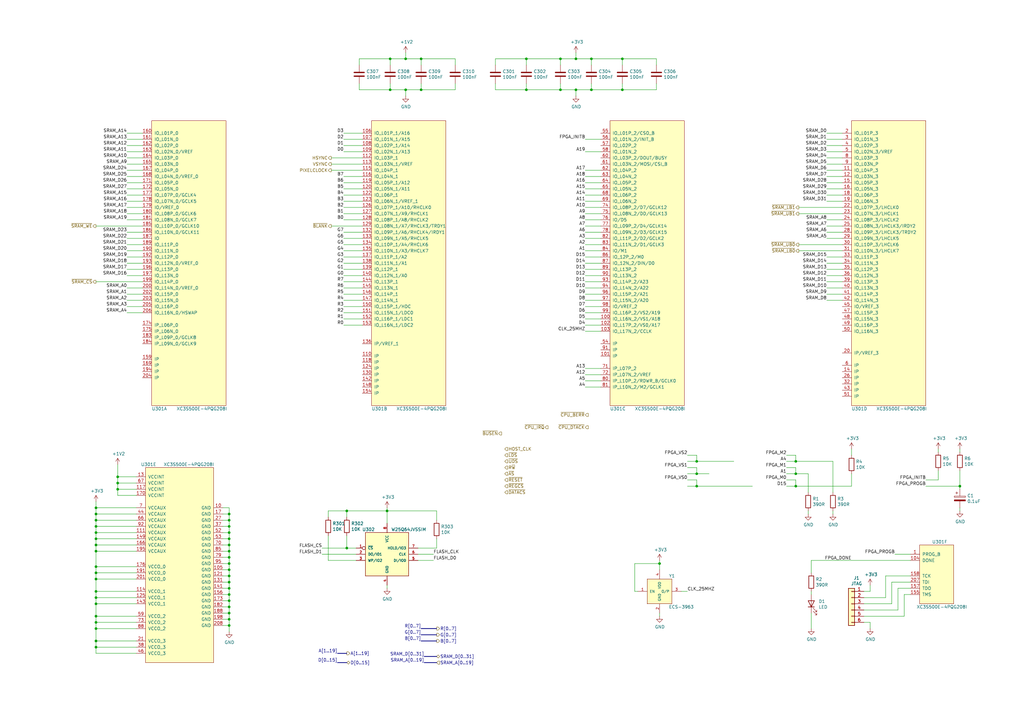
<source format=kicad_sch>
(kicad_sch (version 20211123) (generator eeschema)
  (paper "A3")
  (junction (at 39.37 265.43))
  (junction (at 93.98 223.52))
  (junction (at 39.37 245.11))
  (junction (at 215.9 24.13))
  (junction (at 160.02 24.13))
  (junction (at 39.37 220.98))
  (junction (at 48.26 195.58))
  (junction (at 39.37 223.52))
  (junction (at 39.37 226.06))
  (junction (at 242.57 24.13))
  (junction (at 93.98 210.82))
  (junction (at 229.87 36.83))
  (junction (at 142.24 224.79))
  (junction (at 142.24 209.55))
  (junction (at 93.98 213.36))
  (junction (at 39.37 252.73))
  (junction (at 93.98 218.44))
  (junction (at 93.98 233.68))
  (junction (at 326.39 189.23))
  (junction (at 215.9 36.83))
  (junction (at 236.22 36.83))
  (junction (at 93.98 246.38))
  (junction (at 39.37 234.95))
  (junction (at 39.37 247.65))
  (junction (at 48.26 198.12))
  (junction (at 39.37 257.81))
  (junction (at 39.37 255.27))
  (junction (at 39.37 210.82))
  (junction (at 229.87 24.13))
  (junction (at 172.72 36.83))
  (junction (at 93.98 220.98))
  (junction (at 93.98 248.92))
  (junction (at 39.37 218.44))
  (junction (at 255.27 24.13))
  (junction (at 93.98 241.3))
  (junction (at 39.37 213.36))
  (junction (at 93.98 243.84))
  (junction (at 39.37 242.57))
  (junction (at 285.75 199.39))
  (junction (at 255.27 36.83))
  (junction (at 93.98 251.46))
  (junction (at 93.98 231.14))
  (junction (at 166.37 24.13))
  (junction (at 270.51 231.14))
  (junction (at 39.37 237.49))
  (junction (at 48.26 200.66))
  (junction (at 166.37 36.83))
  (junction (at 39.37 215.9))
  (junction (at 285.75 194.31))
  (junction (at 93.98 228.6))
  (junction (at 39.37 208.28))
  (junction (at 285.75 189.23))
  (junction (at 93.98 236.22))
  (junction (at 160.02 36.83))
  (junction (at 326.39 199.39))
  (junction (at 93.98 254))
  (junction (at 236.22 24.13))
  (junction (at 242.57 36.83))
  (junction (at 39.37 232.41))
  (junction (at 393.7 199.39))
  (junction (at 93.98 215.9))
  (junction (at 93.98 226.06))
  (junction (at 39.37 262.89))
  (junction (at 93.98 238.76))
  (junction (at 172.72 24.13))
  (junction (at 93.98 256.54))
  (junction (at 326.39 194.31))
  (junction (at 158.75 209.55))
  (wire (pts (xy 255.27 34.29) (xy 255.27 36.83)))
  (wire (pts (xy 93.98 256.54) (xy 91.44 256.54)))
  (wire (pts (xy 290.83 194.31) (xy 285.75 194.31)))
  (wire (pts (xy 39.37 255.27) (xy 39.37 257.81)))
  (wire (pts (xy 58.42 90.17) (xy 52.07 90.17)))
  (wire (pts (xy 339.09 92.71) (xy 345.44 92.71)))
  (wire (pts (xy 39.37 208.28) (xy 39.37 210.82)))
  (wire (pts (xy 39.37 267.97) (xy 55.88 267.97)))
  (wire (pts (xy 203.2 36.83) (xy 215.9 36.83)))
  (wire (pts (xy 373.38 227.33) (xy 367.03 227.33)))
  (wire (pts (xy 39.37 245.11) (xy 39.37 247.65)))
  (wire (pts (xy 55.88 245.11) (xy 39.37 245.11)))
  (wire (pts (xy 91.44 215.9) (xy 93.98 215.9)))
  (wire (pts (xy 285.75 186.69) (xy 285.75 189.23)))
  (wire (pts (xy 91.44 254) (xy 93.98 254)))
  (wire (pts (xy 48.26 195.58) (xy 48.26 190.5)))
  (wire (pts (xy 393.7 185.42) (xy 393.7 184.15)))
  (wire (pts (xy 300.99 189.23) (xy 285.75 189.23)))
  (wire (pts (xy 148.59 100.33) (xy 140.97 100.33)))
  (wire (pts (xy 166.37 21.59) (xy 166.37 24.13)))
  (wire (pts (xy 39.37 232.41) (xy 55.88 232.41)))
  (wire (pts (xy 255.27 24.13) (xy 269.24 24.13)))
  (wire (pts (xy 39.37 257.81) (xy 39.37 262.89)))
  (wire (pts (xy 246.38 95.25) (xy 240.03 95.25)))
  (wire (pts (xy 55.88 265.43) (xy 39.37 265.43)))
  (wire (pts (xy 240.03 133.35) (xy 246.38 133.35)))
  (wire (pts (xy 52.07 62.23) (xy 58.42 62.23)))
  (wire (pts (xy 55.88 223.52) (xy 39.37 223.52)))
  (wire (pts (xy 58.42 118.11) (xy 52.07 118.11)))
  (wire (pts (xy 384.81 185.42) (xy 384.81 184.15)))
  (wire (pts (xy 171.45 227.33) (xy 177.8 227.33)))
  (wire (pts (xy 55.88 237.49) (xy 39.37 237.49)))
  (wire (pts (xy 93.98 208.28) (xy 91.44 208.28)))
  (wire (pts (xy 345.44 100.33) (xy 327.66 100.33)))
  (wire (pts (xy 55.88 247.65) (xy 39.37 247.65)))
  (wire (pts (xy 373.38 243.84) (xy 370.84 243.84)))
  (wire (pts (xy 39.37 223.52) (xy 39.37 220.98)))
  (wire (pts (xy 240.03 123.19) (xy 246.38 123.19)))
  (wire (pts (xy 345.44 82.55) (xy 339.09 82.55)))
  (wire (pts (xy 246.38 102.87) (xy 240.03 102.87)))
  (wire (pts (xy 39.37 92.71) (xy 58.42 92.71)))
  (wire (pts (xy 158.75 209.55) (xy 179.07 209.55)))
  (wire (pts (xy 134.62 219.71) (xy 134.62 229.87)))
  (wire (pts (xy 39.37 232.41) (xy 39.37 234.95)))
  (wire (pts (xy 58.42 102.87) (xy 52.07 102.87)))
  (wire (pts (xy 270.51 229.87) (xy 270.51 231.14)))
  (wire (pts (xy 270.51 251.46) (xy 270.51 252.73)))
  (wire (pts (xy 147.32 26.67) (xy 147.32 24.13)))
  (wire (pts (xy 142.24 212.09) (xy 142.24 209.55)))
  (wire (pts (xy 260.35 242.57) (xy 260.35 231.14)))
  (wire (pts (xy 349.25 199.39) (xy 349.25 194.31)))
  (wire (pts (xy 140.97 72.39) (xy 148.59 72.39)))
  (wire (pts (xy 55.88 200.66) (xy 48.26 200.66)))
  (wire (pts (xy 261.62 242.57) (xy 260.35 242.57)))
  (wire (pts (xy 55.88 203.2) (xy 48.26 203.2)))
  (wire (pts (xy 354.33 245.11) (xy 363.22 245.11)))
  (wire (pts (xy 229.87 24.13) (xy 215.9 24.13)))
  (wire (pts (xy 281.94 191.77) (xy 285.75 191.77)))
  (wire (pts (xy 146.05 227.33) (xy 132.08 227.33)))
  (wire (pts (xy 39.37 226.06) (xy 39.37 232.41)))
  (wire (pts (xy 327.66 102.87) (xy 345.44 102.87)))
  (wire (pts (xy 148.59 120.65) (xy 140.97 120.65)))
  (wire (pts (xy 93.98 228.6) (xy 93.98 226.06)))
  (wire (pts (xy 322.58 199.39) (xy 326.39 199.39)))
  (wire (pts (xy 240.03 130.81) (xy 246.38 130.81)))
  (wire (pts (xy 55.88 226.06) (xy 39.37 226.06)))
  (wire (pts (xy 326.39 186.69) (xy 326.39 189.23)))
  (wire (pts (xy 48.26 200.66) (xy 48.26 198.12)))
  (wire (pts (xy 142.24 209.55) (xy 158.75 209.55)))
  (wire (pts (xy 354.33 247.65) (xy 365.76 247.65)))
  (wire (pts (xy 58.42 105.41) (xy 52.07 105.41)))
  (wire (pts (xy 55.88 215.9) (xy 39.37 215.9)))
  (wire (pts (xy 281.94 196.85) (xy 285.75 196.85)))
  (wire (pts (xy 345.44 80.01) (xy 339.09 80.01)))
  (wire (pts (xy 322.58 186.69) (xy 326.39 186.69)))
  (wire (pts (xy 52.07 69.85) (xy 58.42 69.85)))
  (wire (pts (xy 39.37 262.89) (xy 39.37 265.43)))
  (wire (pts (xy 240.03 110.49) (xy 246.38 110.49)))
  (wire (pts (xy 148.59 130.81) (xy 140.97 130.81)))
  (wire (pts (xy 147.32 36.83) (xy 160.02 36.83)))
  (wire (pts (xy 327.66 85.09) (xy 345.44 85.09)))
  (bus (pts (xy 179.07 269.24) (xy 173.99 269.24)))
  (wire (pts (xy 242.57 36.83) (xy 255.27 36.83)))
  (wire (pts (xy 339.09 120.65) (xy 345.44 120.65)))
  (wire (pts (xy 172.72 24.13) (xy 172.72 26.67)))
  (wire (pts (xy 341.63 189.23) (xy 326.39 189.23)))
  (bus (pts (xy 138.43 267.97) (xy 142.24 267.97)))
  (wire (pts (xy 172.72 24.13) (xy 186.69 24.13)))
  (wire (pts (xy 91.44 228.6) (xy 93.98 228.6)))
  (wire (pts (xy 242.57 34.29) (xy 242.57 36.83)))
  (wire (pts (xy 140.97 54.61) (xy 148.59 54.61)))
  (wire (pts (xy 370.84 252.73) (xy 354.33 252.73)))
  (wire (pts (xy 240.03 135.89) (xy 246.38 135.89)))
  (wire (pts (xy 93.98 223.52) (xy 93.98 220.98)))
  (wire (pts (xy 158.75 240.03) (xy 158.75 241.3)))
  (wire (pts (xy 356.87 255.27) (xy 354.33 255.27)))
  (wire (pts (xy 55.88 220.98) (xy 39.37 220.98)))
  (wire (pts (xy 39.37 115.57) (xy 58.42 115.57)))
  (wire (pts (xy 58.42 87.63) (xy 52.07 87.63)))
  (wire (pts (xy 140.97 77.47) (xy 148.59 77.47)))
  (wire (pts (xy 93.98 213.36) (xy 93.98 210.82)))
  (wire (pts (xy 55.88 234.95) (xy 39.37 234.95)))
  (wire (pts (xy 39.37 213.36) (xy 55.88 213.36)))
  (wire (pts (xy 160.02 34.29) (xy 160.02 36.83)))
  (wire (pts (xy 345.44 74.93) (xy 339.09 74.93)))
  (wire (pts (xy 332.74 229.87) (xy 332.74 234.95)))
  (wire (pts (xy 345.44 57.15) (xy 339.09 57.15)))
  (wire (pts (xy 93.98 218.44) (xy 93.98 215.9)))
  (wire (pts (xy 339.09 95.25) (xy 345.44 95.25)))
  (wire (pts (xy 246.38 69.85) (xy 240.03 69.85)))
  (wire (pts (xy 148.59 97.79) (xy 140.97 97.79)))
  (wire (pts (xy 365.76 247.65) (xy 365.76 238.76)))
  (wire (pts (xy 166.37 24.13) (xy 172.72 24.13)))
  (wire (pts (xy 229.87 36.83) (xy 236.22 36.83)))
  (wire (pts (xy 55.88 257.81) (xy 39.37 257.81)))
  (wire (pts (xy 39.37 242.57) (xy 39.37 245.11)))
  (wire (pts (xy 242.57 24.13) (xy 255.27 24.13)))
  (wire (pts (xy 55.88 210.82) (xy 39.37 210.82)))
  (wire (pts (xy 339.09 67.31) (xy 345.44 67.31)))
  (wire (pts (xy 246.38 82.55) (xy 240.03 82.55)))
  (wire (pts (xy 140.97 74.93) (xy 148.59 74.93)))
  (wire (pts (xy 158.75 209.55) (xy 158.75 208.28)))
  (wire (pts (xy 93.98 259.08) (xy 93.98 256.54)))
  (wire (pts (xy 39.37 210.82) (xy 39.37 213.36)))
  (bus (pts (xy 172.72 260.35) (xy 179.07 260.35)))
  (wire (pts (xy 331.47 194.31) (xy 326.39 194.31)))
  (wire (pts (xy 215.9 34.29) (xy 215.9 36.83)))
  (wire (pts (xy 339.09 107.95) (xy 345.44 107.95)))
  (wire (pts (xy 236.22 39.37) (xy 236.22 36.83)))
  (wire (pts (xy 148.59 107.95) (xy 140.97 107.95)))
  (wire (pts (xy 326.39 194.31) (xy 326.39 191.77)))
  (wire (pts (xy 229.87 26.67) (xy 229.87 24.13)))
  (wire (pts (xy 93.98 231.14) (xy 93.98 228.6)))
  (wire (pts (xy 281.94 186.69) (xy 285.75 186.69)))
  (wire (pts (xy 240.03 120.65) (xy 246.38 120.65)))
  (wire (pts (xy 134.62 229.87) (xy 146.05 229.87)))
  (wire (pts (xy 368.3 250.19) (xy 368.3 241.3)))
  (wire (pts (xy 240.03 128.27) (xy 246.38 128.27)))
  (wire (pts (xy 326.39 199.39) (xy 349.25 199.39)))
  (wire (pts (xy 255.27 36.83) (xy 269.24 36.83)))
  (wire (pts (xy 246.38 97.79) (xy 240.03 97.79)))
  (wire (pts (xy 393.7 193.04) (xy 393.7 199.39)))
  (wire (pts (xy 58.42 110.49) (xy 52.07 110.49)))
  (wire (pts (xy 179.07 224.79) (xy 171.45 224.79)))
  (wire (pts (xy 91.44 236.22) (xy 93.98 236.22)))
  (wire (pts (xy 91.44 241.3) (xy 93.98 241.3)))
  (wire (pts (xy 140.97 82.55) (xy 148.59 82.55)))
  (wire (pts (xy 236.22 36.83) (xy 242.57 36.83)))
  (wire (pts (xy 39.37 218.44) (xy 55.88 218.44)))
  (wire (pts (xy 339.09 115.57) (xy 345.44 115.57)))
  (wire (pts (xy 160.02 36.83) (xy 166.37 36.83)))
  (wire (pts (xy 39.37 213.36) (xy 39.37 215.9)))
  (wire (pts (xy 345.44 62.23) (xy 339.09 62.23)))
  (wire (pts (xy 332.74 229.87) (xy 373.38 229.87)))
  (wire (pts (xy 58.42 123.19) (xy 52.07 123.19)))
  (wire (pts (xy 58.42 100.33) (xy 52.07 100.33)))
  (wire (pts (xy 58.42 107.95) (xy 52.07 107.95)))
  (wire (pts (xy 341.63 189.23) (xy 341.63 201.93)))
  (wire (pts (xy 91.44 218.44) (xy 93.98 218.44)))
  (wire (pts (xy 58.42 113.03) (xy 52.07 113.03)))
  (wire (pts (xy 179.07 220.98) (xy 179.07 224.79)))
  (wire (pts (xy 215.9 36.83) (xy 229.87 36.83)))
  (wire (pts (xy 91.44 243.84) (xy 93.98 243.84)))
  (wire (pts (xy 186.69 36.83) (xy 186.69 34.29)))
  (wire (pts (xy 48.26 203.2) (xy 48.26 200.66)))
  (wire (pts (xy 91.44 213.36) (xy 93.98 213.36)))
  (wire (pts (xy 58.42 77.47) (xy 52.07 77.47)))
  (wire (pts (xy 148.59 123.19) (xy 140.97 123.19)))
  (wire (pts (xy 345.44 64.77) (xy 339.09 64.77)))
  (wire (pts (xy 140.97 85.09) (xy 148.59 85.09)))
  (wire (pts (xy 236.22 24.13) (xy 229.87 24.13)))
  (wire (pts (xy 246.38 72.39) (xy 240.03 72.39)))
  (wire (pts (xy 215.9 26.67) (xy 215.9 24.13)))
  (wire (pts (xy 135.89 67.31) (xy 148.59 67.31)))
  (wire (pts (xy 140.97 110.49) (xy 148.59 110.49)))
  (wire (pts (xy 339.09 118.11) (xy 345.44 118.11)))
  (wire (pts (xy 229.87 34.29) (xy 229.87 36.83)))
  (wire (pts (xy 379.73 196.85) (xy 384.81 196.85)))
  (wire (pts (xy 384.81 193.04) (xy 384.81 196.85)))
  (wire (pts (xy 39.37 208.28) (xy 55.88 208.28)))
  (wire (pts (xy 140.97 57.15) (xy 148.59 57.15)))
  (wire (pts (xy 246.38 158.75) (xy 240.03 158.75)))
  (wire (pts (xy 93.98 251.46) (xy 93.98 248.92)))
  (wire (pts (xy 39.37 247.65) (xy 39.37 252.73)))
  (wire (pts (xy 58.42 128.27) (xy 52.07 128.27)))
  (wire (pts (xy 52.07 57.15) (xy 58.42 57.15)))
  (wire (pts (xy 140.97 62.23) (xy 148.59 62.23)))
  (bus (pts (xy 179.07 262.89) (xy 172.72 262.89)))
  (wire (pts (xy 158.75 214.63) (xy 158.75 209.55)))
  (wire (pts (xy 246.38 151.13) (xy 240.03 151.13)))
  (wire (pts (xy 354.33 250.19) (xy 368.3 250.19)))
  (wire (pts (xy 246.38 80.01) (xy 240.03 80.01)))
  (wire (pts (xy 240.03 125.73) (xy 246.38 125.73)))
  (wire (pts (xy 39.37 234.95) (xy 39.37 237.49)))
  (wire (pts (xy 93.98 256.54) (xy 93.98 254)))
  (wire (pts (xy 179.07 209.55) (xy 179.07 213.36)))
  (wire (pts (xy 339.09 110.49) (xy 345.44 110.49)))
  (wire (pts (xy 39.37 237.49) (xy 39.37 242.57)))
  (wire (pts (xy 148.59 118.11) (xy 140.97 118.11)))
  (wire (pts (xy 326.39 189.23) (xy 322.58 189.23)))
  (wire (pts (xy 166.37 39.37) (xy 166.37 36.83)))
  (wire (pts (xy 91.44 223.52) (xy 93.98 223.52)))
  (wire (pts (xy 91.44 231.14) (xy 93.98 231.14)))
  (wire (pts (xy 148.59 105.41) (xy 140.97 105.41)))
  (wire (pts (xy 322.58 196.85) (xy 326.39 196.85)))
  (wire (pts (xy 339.09 72.39) (xy 345.44 72.39)))
  (wire (pts (xy 171.45 229.87) (xy 177.8 229.87)))
  (wire (pts (xy 246.38 156.21) (xy 240.03 156.21)))
  (wire (pts (xy 285.75 189.23) (xy 281.94 189.23)))
  (wire (pts (xy 285.75 199.39) (xy 308.61 199.39)))
  (wire (pts (xy 148.59 125.73) (xy 140.97 125.73)))
  (wire (pts (xy 379.73 199.39) (xy 393.7 199.39)))
  (wire (pts (xy 93.98 226.06) (xy 93.98 223.52)))
  (wire (pts (xy 246.38 77.47) (xy 240.03 77.47)))
  (wire (pts (xy 140.97 80.01) (xy 148.59 80.01)))
  (wire (pts (xy 332.74 251.46) (xy 332.74 257.81)))
  (wire (pts (xy 322.58 194.31) (xy 326.39 194.31)))
  (wire (pts (xy 93.98 236.22) (xy 93.98 233.68)))
  (wire (pts (xy 393.7 200.66) (xy 393.7 199.39)))
  (wire (pts (xy 140.97 90.17) (xy 148.59 90.17)))
  (wire (pts (xy 339.09 113.03) (xy 345.44 113.03)))
  (wire (pts (xy 363.22 236.22) (xy 373.38 236.22)))
  (wire (pts (xy 242.57 26.67) (xy 242.57 24.13)))
  (wire (pts (xy 58.42 95.25) (xy 52.07 95.25)))
  (wire (pts (xy 148.59 64.77) (xy 135.89 64.77)))
  (wire (pts (xy 166.37 36.83) (xy 172.72 36.83)))
  (wire (pts (xy 240.03 107.95) (xy 246.38 107.95)))
  (wire (pts (xy 52.07 59.69) (xy 58.42 59.69)))
  (wire (pts (xy 39.37 220.98) (xy 39.37 218.44)))
  (wire (pts (xy 349.25 186.69) (xy 349.25 184.15)))
  (wire (pts (xy 91.44 238.76) (xy 93.98 238.76)))
  (wire (pts (xy 55.88 252.73) (xy 39.37 252.73)))
  (wire (pts (xy 55.88 198.12) (xy 48.26 198.12)))
  (wire (pts (xy 39.37 215.9) (xy 39.37 218.44)))
  (wire (pts (xy 91.44 248.92) (xy 93.98 248.92)))
  (wire (pts (xy 281.94 194.31) (xy 285.75 194.31)))
  (wire (pts (xy 91.44 226.06) (xy 93.98 226.06)))
  (wire (pts (xy 203.2 34.29) (xy 203.2 36.83)))
  (wire (pts (xy 52.07 74.93) (xy 58.42 74.93)))
  (wire (pts (xy 39.37 265.43) (xy 39.37 267.97)))
  (wire (pts (xy 240.03 118.11) (xy 246.38 118.11)))
  (wire (pts (xy 345.44 59.69) (xy 339.09 59.69)))
  (wire (pts (xy 242.57 24.13) (xy 236.22 24.13)))
  (wire (pts (xy 368.3 241.3) (xy 373.38 241.3)))
  (wire (pts (xy 55.88 262.89) (xy 39.37 262.89)))
  (wire (pts (xy 246.38 92.71) (xy 240.03 92.71)))
  (wire (pts (xy 39.37 226.06) (xy 39.37 223.52)))
  (wire (pts (xy 132.08 224.79) (xy 142.24 224.79)))
  (wire (pts (xy 246.38 100.33) (xy 240.03 100.33)))
  (wire (pts (xy 322.58 191.77) (xy 326.39 191.77)))
  (wire (pts (xy 148.59 102.87) (xy 140.97 102.87)))
  (wire (pts (xy 39.37 205.74) (xy 39.37 208.28)))
  (wire (pts (xy 332.74 243.84) (xy 332.74 242.57)))
  (wire (pts (xy 93.98 243.84) (xy 93.98 241.3)))
  (wire (pts (xy 246.38 74.93) (xy 240.03 74.93)))
  (wire (pts (xy 147.32 34.29) (xy 147.32 36.83)))
  (wire (pts (xy 58.42 54.61) (xy 52.07 54.61)))
  (wire (pts (xy 39.37 252.73) (xy 39.37 255.27)))
  (wire (pts (xy 370.84 243.84) (xy 370.84 252.73)))
  (wire (pts (xy 354.33 242.57) (xy 356.87 242.57)))
  (wire (pts (xy 93.98 246.38) (xy 91.44 246.38)))
  (wire (pts (xy 93.98 251.46) (xy 91.44 251.46)))
  (wire (pts (xy 339.09 123.19) (xy 345.44 123.19)))
  (wire (pts (xy 58.42 97.79) (xy 52.07 97.79)))
  (wire (pts (xy 52.07 64.77) (xy 58.42 64.77)))
  (wire (pts (xy 356.87 257.81) (xy 356.87 255.27)))
  (wire (pts (xy 186.69 24.13) (xy 186.69 26.67)))
  (wire (pts (xy 52.07 72.39) (xy 58.42 72.39)))
  (wire (pts (xy 341.63 210.82) (xy 341.63 209.55)))
  (wire (pts (xy 55.88 242.57) (xy 39.37 242.57)))
  (wire (pts (xy 236.22 21.59) (xy 236.22 24.13)))
  (wire (pts (xy 134.62 212.09) (xy 134.62 209.55)))
  (wire (pts (xy 91.44 220.98) (xy 93.98 220.98)))
  (wire (pts (xy 147.32 24.13) (xy 160.02 24.13)))
  (wire (pts (xy 285.75 196.85) (xy 285.75 199.39)))
  (wire (pts (xy 215.9 24.13) (xy 203.2 24.13)))
  (wire (pts (xy 246.38 153.67) (xy 240.03 153.67)))
  (wire (pts (xy 93.98 238.76) (xy 93.98 236.22)))
  (wire (pts (xy 281.94 199.39) (xy 285.75 199.39)))
  (wire (pts (xy 339.09 105.41) (xy 345.44 105.41)))
  (wire (pts (xy 148.59 95.25) (xy 140.97 95.25)))
  (wire (pts (xy 93.98 246.38) (xy 93.98 243.84)))
  (bus (pts (xy 173.99 271.78) (xy 179.07 271.78)))
  (wire (pts (xy 93.98 210.82) (xy 93.98 208.28)))
  (wire (pts (xy 363.22 245.11) (xy 363.22 236.22)))
  (wire (pts (xy 339.09 90.17) (xy 345.44 90.17)))
  (wire (pts (xy 281.94 242.57) (xy 279.4 242.57)))
  (wire (pts (xy 326.39 196.85) (xy 326.39 199.39)))
  (wire (pts (xy 246.38 85.09) (xy 240.03 85.09)))
  (wire (pts (xy 365.76 238.76) (xy 373.38 238.76)))
  (wire (pts (xy 93.98 233.68) (xy 93.98 231.14)))
  (wire (pts (xy 240.03 115.57) (xy 246.38 115.57)))
  (wire (pts (xy 148.59 113.03) (xy 140.97 113.03)))
  (wire (pts (xy 246.38 90.17) (xy 240.03 90.17)))
  (wire (pts (xy 52.07 80.01) (xy 58.42 80.01)))
  (wire (pts (xy 48.26 198.12) (xy 48.26 195.58)))
  (wire (pts (xy 148.59 133.35) (xy 140.97 133.35)))
  (wire (pts (xy 331.47 209.55) (xy 331.47 210.82)))
  (wire (pts (xy 55.88 195.58) (xy 48.26 195.58)))
  (wire (pts (xy 93.98 241.3) (xy 93.98 238.76)))
  (wire (pts (xy 172.72 34.29) (xy 172.72 36.83)))
  (wire (pts (xy 140.97 59.69) (xy 148.59 59.69)))
  (wire (pts (xy 240.03 113.03) (xy 246.38 113.03)))
  (wire (pts (xy 269.24 24.13) (xy 269.24 26.67)))
  (wire (pts (xy 93.98 254) (xy 93.98 251.46)))
  (wire (pts (xy 345.44 77.47) (xy 339.09 77.47)))
  (wire (pts (xy 134.62 209.55) (xy 142.24 209.55)))
  (wire (pts (xy 260.35 231.14) (xy 270.51 231.14)))
  (wire (pts (xy 93.98 220.98) (xy 93.98 218.44)))
  (bus (pts (xy 172.72 257.81) (xy 179.07 257.81)))
  (wire (pts (xy 142.24 219.71) (xy 142.24 224.79)))
  (wire (pts (xy 148.59 69.85) (xy 135.89 69.85)))
  (wire (pts (xy 339.09 97.79) (xy 345.44 97.79)))
  (wire (pts (xy 246.38 57.15) (xy 240.03 57.15)))
  (wire (pts (xy 240.03 105.41) (xy 246.38 105.41)))
  (wire (pts (xy 246.38 87.63) (xy 240.03 87.63)))
  (wire (pts (xy 148.59 115.57) (xy 140.97 115.57)))
  (wire (pts (xy 160.02 24.13) (xy 166.37 24.13)))
  (wire (pts (xy 140.97 87.63) (xy 148.59 87.63)))
  (wire (pts (xy 285.75 194.31) (xy 285.75 191.77)))
  (wire (pts (xy 148.59 128.27) (xy 140.97 128.27)))
  (wire (pts (xy 203.2 24.13) (xy 203.2 26.67)))
  (wire (pts (xy 52.07 125.73) (xy 58.42 125.73)))
  (wire (pts (xy 356.87 242.57) (xy 356.87 240.03)))
  (wire (pts (xy 345.44 54.61) (xy 339.09 54.61)))
  (wire (pts (xy 393.7 209.55) (xy 393.7 208.28)))
  (wire (pts (xy 269.24 36.83) (xy 269.24 34.29)))
  (wire (pts (xy 55.88 255.27) (xy 39.37 255.27)))
  (wire (pts (xy 58.42 82.55) (xy 52.07 82.55)))
  (wire (pts (xy 58.42 85.09) (xy 52.07 85.09)))
  (wire (pts (xy 91.44 233.68) (xy 93.98 233.68)))
  (wire (pts (xy 255.27 24.13) (xy 255.27 26.67)))
  (wire (pts (xy 345.44 69.85) (xy 339.09 69.85)))
  (bus (pts (xy 142.24 271.78) (xy 138.43 271.78)))
  (wire (pts (xy 246.38 62.23) (xy 240.03 62.23)))
  (wire (pts (xy 52.07 67.31) (xy 58.42 67.31)))
  (wire (pts (xy 172.72 36.83) (xy 186.69 36.83)))
  (wire (pts (xy 142.24 224.79) (xy 146.05 224.79)))
  (wire (pts (xy 160.02 26.67) (xy 160.02 24.13)))
  (wire (pts (xy 91.44 210.82) (xy 93.98 210.82)))
  (wire (pts (xy 93.98 215.9) (xy 93.98 213.36)))
  (wire (pts (xy 345.44 87.63) (xy 327.66 87.63)))
  (wire (pts (xy 93.98 248.92) (xy 93.98 246.38)))
  (wire (pts (xy 270.51 231.14) (xy 270.51 233.68)))
  (wire (pts (xy 331.47 194.31) (xy 331.47 201.93)))
  (wire (pts (xy 58.42 120.65) (xy 52.07 120.65)))
  (wire (pts (xy 148.59 92.71) (xy 135.89 92.71)))
  (label "FLASH_CS" (at 132.08 224.79 180))
  (label "SRAM_A3" (at 52.07 125.73 180))
  (label "SRAM_A5" (at 339.09 97.79 180))
  (label "A4" (at 240.03 158.75 180))
  (label "D4" (at 240.03 133.35 180))
  (label "SRAM_D10" (at 339.09 118.11 180))
  (label "A1" (at 322.58 194.31 180))
  (label "A13" (at 240.03 151.13 180))
  (label "FPGA_M2" (at 322.58 186.69 180))
  (label "D9" (at 240.03 120.65 180))
  (label "FPGA_PROGB" (at 379.73 199.39 180))
  (label "SRAM_D13" (at 339.09 110.49 180))
  (label "SRAM_D25" (at 52.07 72.39 180))
  (label "R2" (at 140.97 128.27 180))
  (label "SRAM_D[0..31]" (at 173.99 269.24 180))
  (label "SRAM_D14" (at 339.09 107.95 180))
  (label "SRAM_A17" (at 52.07 85.09 180))
  (label "SRAM_D5" (at 339.09 67.31 180))
  (label "FLASH_D0" (at 177.8 229.87 0))
  (label "A6" (at 240.03 95.25 180))
  (label "D15" (at 322.58 199.39 180))
  (label "D[0..15]" (at 138.43 271.78 180))
  (label "FLASH_D1" (at 132.08 227.33 180))
  (label "SRAM_A6" (at 339.09 95.25 180))
  (label "D13" (at 240.03 110.49 180))
  (label "G6" (at 140.97 97.79 180))
  (label "FPGA_VS1" (at 281.94 191.77 180))
  (label "B3" (at 140.97 82.55 180))
  (label "FPGA_INITB" (at 240.03 57.15 180))
  (label "D15" (at 240.03 105.41 180))
  (label "D2" (at 140.97 57.15 180))
  (label "D6" (at 240.03 128.27 180))
  (label "R6" (at 140.97 118.11 180))
  (label "SRAM_A0" (at 52.07 118.11 180))
  (label "CLK_25MHZ" (at 281.94 242.57 0))
  (label "G7" (at 140.97 95.25 180))
  (label "A4" (at 322.58 189.23 180))
  (label "SRAM_D31" (at 339.09 82.55 180))
  (label "B4" (at 140.97 80.01 180))
  (label "A18" (at 240.03 72.39 180))
  (label "SRAM_A18" (at 52.07 87.63 180))
  (label "A7" (at 240.03 92.71 180))
  (label "G0" (at 140.97 113.03 180))
  (label "SRAM_D20" (at 52.07 102.87 180))
  (label "SRAM_A11" (at 52.07 62.23 180))
  (label "D5" (at 240.03 130.81 180))
  (label "FPGA_VS0" (at 281.94 196.85 180))
  (label "SRAM_D15" (at 339.09 105.41 180))
  (label "R[0..7]" (at 172.72 257.81 180))
  (label "B7" (at 140.97 72.39 180))
  (label "A8" (at 240.03 90.17 180))
  (label "D11" (at 240.03 115.57 180))
  (label "SRAM_D16" (at 52.07 113.03 180))
  (label "SRAM_A15" (at 52.07 80.01 180))
  (label "B2" (at 140.97 85.09 180))
  (label "G4" (at 140.97 102.87 180))
  (label "R0" (at 140.97 133.35 180))
  (label "SRAM_D6" (at 339.09 69.85 180))
  (label "SRAM_D24" (at 52.07 69.85 180))
  (label "G2" (at 140.97 107.95 180))
  (label "SRAM_A12" (at 52.07 59.69 180))
  (label "SRAM_D7" (at 339.09 72.39 180))
  (label "SRAM_D8" (at 339.09 123.19 180))
  (label "G1" (at 140.97 110.49 180))
  (label "A12" (at 240.03 153.67 180))
  (label "D3" (at 140.97 54.61 180))
  (label "A2" (at 240.03 100.33 180))
  (label "SRAM_D0" (at 339.09 54.61 180))
  (label "SRAM_A9" (at 52.07 67.31 180))
  (label "D12" (at 240.03 113.03 180))
  (label "SRAM_A2" (at 52.07 123.19 180))
  (label "R4" (at 140.97 123.19 180))
  (label "SRAM_D29" (at 339.09 77.47 180))
  (label "A19" (at 240.03 62.23 180))
  (label "D1" (at 140.97 59.69 180))
  (label "SRAM_A1" (at 52.07 120.65 180))
  (label "A15" (at 240.03 77.47 180))
  (label "SRAM_D23" (at 52.07 95.25 180))
  (label "FPGA_INITB" (at 379.73 196.85 180))
  (label "SRAM_D18" (at 52.07 107.95 180))
  (label "SRAM_D27" (at 52.07 77.47 180))
  (label "SRAM_D2" (at 339.09 59.69 180))
  (label "D14" (at 240.03 107.95 180))
  (label "SRAM_A8" (at 339.09 90.17 180))
  (label "B0" (at 140.97 90.17 180))
  (label "A5" (at 240.03 156.21 180))
  (label "FPGA_M1" (at 322.58 191.77 180))
  (label "SRAM_D26" (at 52.07 74.93 180))
  (label "FPGA_PROGB" (at 367.03 227.33 180))
  (label "CLK_25MHZ" (at 240.03 135.89 180))
  (label "D7" (at 240.03 125.73 180))
  (label "G3" (at 140.97 105.41 180))
  (label "A17" (at 240.03 69.85 180))
  (label "SRAM_A19" (at 52.07 90.17 180))
  (label "D8" (at 240.03 123.19 180))
  (label "SRAM_A13" (at 52.07 57.15 180))
  (label "SRAM_A4" (at 52.07 128.27 180))
  (label "FPGA_M0" (at 322.58 196.85 180))
  (label "B1" (at 140.97 87.63 180))
  (label "SRAM_D9" (at 339.09 120.65 180))
  (label "SRAM_D22" (at 52.07 97.79 180))
  (label "D10" (at 240.03 118.11 180))
  (label "SRAM_D11" (at 339.09 115.57 180))
  (label "SRAM_A16" (at 52.07 82.55 180))
  (label "A14" (at 240.03 80.01 180))
  (label "SRAM_A14" (at 52.07 54.61 180))
  (label "B6" (at 140.97 74.93 180))
  (label "A3" (at 240.03 97.79 180))
  (label "R7" (at 140.97 115.57 180))
  (label "A9" (at 240.03 87.63 180))
  (label "A1" (at 240.03 102.87 180))
  (label "A10" (at 240.03 85.09 180))
  (label "FLASH_CLK" (at 177.8 227.33 0))
  (label "FPGA_VS2" (at 281.94 186.69 180))
  (label "SRAM_D1" (at 339.09 57.15 180))
  (label "SRAM_D12" (at 339.09 113.03 180))
  (label "G[0..7]" (at 172.72 260.35 180))
  (label "SRAM_A[0..19]" (at 173.99 271.78 180))
  (label "SRAM_D4" (at 339.09 64.77 180))
  (label "R1" (at 140.97 130.81 180))
  (label "B5" (at 140.97 77.47 180))
  (label "SRAM_A7" (at 339.09 92.71 180))
  (label "G5" (at 140.97 100.33 180))
  (label "SRAM_D28" (at 339.09 74.93 180))
  (label "A16" (at 240.03 74.93 180))
  (label "SRAM_D21" (at 52.07 100.33 180))
  (label "D0" (at 140.97 62.23 180))
  (label "SRAM_D3" (at 339.09 62.23 180))
  (label "R5" (at 140.97 120.65 180))
  (label "B[0..7]" (at 172.72 262.89 180))
  (label "SRAM_D17" (at 52.07 110.49 180))
  (label "SRAM_D19" (at 52.07 105.41 180))
  (label "A[1..19]" (at 138.43 267.97 180))
  (label "SRAM_A10" (at 52.07 64.77 180))
  (label "SRAM_D30" (at 339.09 80.01 180))
  (label "FPGA_DONE" (at 349.25 229.87 180))
  (label "R3" (at 140.97 125.73 180))
  (label "A11" (at 240.03 82.55 180))
  (hierarchical_label "~{BLANK}" (shape output) (at 135.89 92.71 180))
  (hierarchical_label "R[0..7]" (shape output) (at 179.07 257.81 0))
  (hierarchical_label "~{SRAM_LB1}" (shape output) (at 327.66 85.09 180))
  (hierarchical_label "~{SRAM_CS}" (shape output) (at 39.37 115.57 180))
  (hierarchical_label "~{REGCS}" (shape input) (at 207.01 199.39 0))
  (hierarchical_label "VSYNC" (shape output) (at 135.89 67.31 180))
  (hierarchical_label "SRAM_D[0..31]" (shape bidirectional) (at 179.07 269.24 0))
  (hierarchical_label "R~{W}" (shape input) (at 207.01 191.77 0))
  (hierarchical_label "~{BUSEN}" (shape output) (at 205.74 177.8 180))
  (hierarchical_label "~{LDS}" (shape input) (at 207.01 186.69 0))
  (hierarchical_label "~{AS}" (shape input) (at 207.01 194.31 0))
  (hierarchical_label "G[0..7]" (shape output) (at 179.07 260.35 0))
  (hierarchical_label "~{SRAM_LB0}" (shape output) (at 327.66 102.87 180))
  (hierarchical_label "~{UDS}" (shape input) (at 207.01 189.23 0))
  (hierarchical_label "~{DATACS}" (shape input) (at 207.01 201.93 0))
  (hierarchical_label "A[1..19]" (shape output) (at 142.24 267.97 0))
  (hierarchical_label "HOST_CLK" (shape input) (at 207.01 184.15 0))
  (hierarchical_label "B[0..7]" (shape output) (at 179.07 262.89 0))
  (hierarchical_label "~{CPU_DTACK}" (shape output) (at 241.3 175.26 180))
  (hierarchical_label "~{SRAM_UB0}" (shape output) (at 327.66 100.33 180))
  (hierarchical_label "SRAM_A[0..19]" (shape input) (at 179.07 271.78 0))
  (hierarchical_label "~{RESET}" (shape input) (at 207.01 196.85 0))
  (hierarchical_label "~{SRAM_UB1}" (shape output) (at 327.66 87.63 180))
  (hierarchical_label "~{CPU_IRQ}" (shape output) (at 224.79 175.26 180))
  (hierarchical_label "PIXELCLOCK" (shape output) (at 135.89 69.85 180))
  (hierarchical_label "~{CPU_BERR}" (shape output) (at 241.3 170.18 180))
  (hierarchical_label "~{SRAM_WE}" (shape output) (at 39.37 92.71 180))
  (hierarchical_label "HSYNC" (shape output) (at 135.89 64.77 180))
  (hierarchical_label "D[0..15]" (shape bidirectional) (at 142.24 271.78 0))
  (symbol (lib_id "power:GND") (at 93.98 259.08 0) (unit 1)
    (property "Reference" "#PWR0303" (effects hide))
    (property "Value" "GND" (at 94.107 263.4742 0))
  )
  (symbol (lib_id "Ddraig:XC3S500E-4PQG208I") (at 77.47 109.22 0) (unit 1)
    (property "Reference" "U301" (at 62.23 167.64 0) (effects (justify left)))
    (property "Value" "XC3S500E-4PQG208I" (at 72.39 167.64 0) (effects (justify left)))
    (property "Footprint" "Ddraig:QFP50P3060X3060X409-208N" (effects hide))
  )
  (symbol (lib_id "Ddraig:XC3S500E-4PQG208I") (at 167.64 109.22 0) (unit 2)
    (property "Reference" "U301" (at 152.4 167.64 0) (effects (justify left)))
    (property "Value" "XC3S500E-4PQG208I" (at 162.56 167.64 0) (effects (justify left)))
    (property "Footprint" "Ddraig:QFP50P3060X3060X409-208N" (effects hide))
  )
  (symbol (lib_id "Ddraig:XC3S500E-4PQG208I") (at 265.43 109.22 0) (unit 3)
    (property "Reference" "U301" (at 250.19 167.64 0) (effects (justify left)))
    (property "Value" "XC3S500E-4PQG208I" (at 260.35 167.64 0) (effects (justify left)))
    (property "Footprint" "Ddraig:QFP50P3060X3060X409-208N" (effects hide))
  )
  (symbol (lib_id "power:+1V2") (at 48.26 190.5 0) (unit 1)
    (property "Reference" "#PWR0302" (effects hide))
    (property "Value" "+1V2" (at 48.641 186.1058 0))
  )
  (symbol (lib_id "Ddraig:XC3S500E-4PQG208I") (at 364.49 109.22 0) (unit 4)
    (property "Reference" "U301" (at 349.25 167.64 0) (effects (justify left)))
    (property "Value" "XC3S500E-4PQG208I" (at 359.41 167.64 0) (effects (justify left)))
    (property "Footprint" "Ddraig:QFP50P3060X3060X409-208N" (effects hide))
  )
  (symbol (lib_id "Ddraig:W25Q64JVSSIM") (at 158.75 227.33 0) (unit 1)
    (property "Reference" "U302" (at 151.13 217.17 0))
    (property "Value" "W25Q64JVSSIM" (at 167.64 217.17 0))
    (property "Footprint" "Ddraig:SOIC127P790X195-8N" (effects hide))
  )
  (symbol (lib_id "power:+3V3") (at 158.75 208.28 0) (unit 1)
    (property "Reference" "#PWR0306" (effects hide))
    (property "Value" "+3V3" (at 159.131 203.8858 0))
  )
  (symbol (lib_id "power:GND") (at 158.75 241.3 0) (unit 1)
    (property "Reference" "#PWR0307" (effects hide))
    (property "Value" "GND" (at 158.877 245.6942 0))
  )
  (symbol (lib_id "Ddraig:XC3S500E-4PQG208I") (at 73.66 241.3 0) (unit 5)
    (property "Reference" "U301" (at 60.96 190.5 0))
    (property "Value" "XC3S500E-4PQG208I" (at 77.47 190.5 0))
    (property "Footprint" "Ddraig:QFP50P3060X3060X409-208N" (effects hide))
  )
  (symbol (lib_id "Device:R") (at 179.07 217.17 0) (unit 1)
    (property "Reference" "R303" (at 180.848 216.0016 0) (effects (justify left)))
    (property "Value" "10K" (at 180.848 218.313 0) (effects (justify left)))
    (property "Footprint" "Resistor_SMD:R_0805_2012Metric" (effects hide))
  )
  (symbol (lib_id "Device:R") (at 142.24 215.9 0) (unit 1)
    (property "Reference" "R302" (at 144.018 214.7316 0) (effects (justify left)))
    (property "Value" "10K" (at 144.018 217.043 0) (effects (justify left)))
    (property "Footprint" "Resistor_SMD:R_0805_2012Metric" (effects hide))
  )
  (symbol (lib_id "Device:R") (at 134.62 215.9 0) (unit 1)
    (property "Reference" "R301" (at 136.398 214.7316 0) (effects (justify left)))
    (property "Value" "10K" (at 136.398 217.043 0) (effects (justify left)))
    (property "Footprint" "Resistor_SMD:R_0805_2012Metric" (effects hide))
  )
  (symbol (lib_id "Ddraig:XC3S500E-4PQG208I") (at 384.81 236.22 0) (unit 6)
    (property "Reference" "U301" (at 382.27 222.25 0) (effects (justify left)))
    (property "Value" "XC3S500E-4PQG208I" (at 375.92 248.92 0) (effects (justify left)))
    (property "Footprint" "Ddraig:QFP50P3060X3060X409-208N" (effects hide))
  )
  (symbol (lib_id "Ddraig:ECS-3963") (at 270.51 242.57 0) (unit 1)
    (property "Reference" "Y1" (at 274.32 236.22 0) (effects (justify left)))
    (property "Value" "ECS-3963" (at 274.32 248.92 0) (effects (justify left)))
    (property "Footprint" "Ddraig:OSC_ECS-3963" (effects hide))
    (property "STANDARD" "Manufacturer Recommendations" (effects hide))
    (property "MANUFACTURER" "ECS Inc" (effects hide))
    (property "PARTREV" "N/A" (effects hide))
  )
  (symbol (lib_id "power:+3V3") (at 270.51 229.87 0) (unit 1)
    (property "Reference" "#PWR01" (effects hide))
    (property "Value" "+3V3" (at 270.891 225.4758 0))
  )
  (symbol (lib_id "power:GND") (at 270.51 252.73 0) (unit 1)
    (property "Reference" "#PWR02" (effects hide))
    (property "Value" "GND" (at 270.637 257.1242 0))
  )
  (symbol (lib_id "power:GND") (at 331.47 210.82 0) (unit 1)
    (property "Reference" "#PWR03" (effects hide))
    (property "Value" "GND" (at 331.597 215.2142 0))
  )
  (symbol (lib_id "Device:R") (at 341.63 205.74 0) (unit 1)
    (property "Reference" "R3" (at 343.408 204.5716 0) (effects (justify left)))
    (property "Value" "390R" (at 343.408 206.883 0) (effects (justify left)))
  )
  (symbol (lib_id "Device:R") (at 331.47 205.74 0) (unit 1)
    (property "Reference" "R1" (at 333.248 204.5716 0) (effects (justify left)))
    (property "Value" "390R" (at 333.248 206.883 0) (effects (justify left)))
  )
  (symbol (lib_id "Device:CP") (at 393.7 204.47 0) (unit 1)
    (property "Reference" "C1" (at 396.6972 203.3016 0) (effects (justify left)))
    (property "Value" "0.1uF" (at 396.6972 205.613 0) (effects (justify left)))
  )
  (symbol (lib_id "power:GND") (at 393.7 209.55 0) (unit 1)
    (property "Reference" "#PWR011" (effects hide))
    (property "Value" "GND" (at 393.827 213.9442 0))
  )
  (symbol (lib_id "Device:LED") (at 332.74 247.65 90) (unit 1)
    (property "Reference" "D1" (at 335.7372 246.6594 90) (effects (justify right)))
    (property "Value" "LED" (at 335.7372 248.9708 90) (effects (justify right)))
  )
  (symbol (lib_id "Connector_Generic:Conn_01x06") (at 349.25 247.65 0) (mirror y) (unit 1)
    (property "Reference" "J1" (at 351.3328 237.0582 0))
    (property "Value" "JTAG" (at 351.3328 239.3696 0))
  )
  (symbol (lib_id "power:+3V3") (at 356.87 240.03 0) (unit 1)
    (property "Reference" "#PWR07" (effects hide))
    (property "Value" "+3V3" (at 357.251 235.6358 0))
  )
  (symbol (lib_id "power:GND") (at 356.87 257.81 0) (unit 1)
    (property "Reference" "#PWR08" (effects hide))
    (property "Value" "GND" (at 356.997 262.2042 0))
  )
  (symbol (lib_id "Device:R") (at 332.74 238.76 0) (unit 1)
    (property "Reference" "R2" (at 334.518 237.5916 0) (effects (justify left)))
    (property "Value" "390R" (at 334.518 239.903 0) (effects (justify left)))
  )
  (symbol (lib_id "Device:C") (at 242.57 30.48 0) (unit 1)
    (property "Reference" "C304" (at 245.491 29.3116 0) (effects (justify left)))
    (property "Value" "100nF" (at 245.491 31.623 0) (effects (justify left)))
    (property "Footprint" "Capacitor_SMD:C_0805_2012Metric" (effects hide))
  )
  (symbol (lib_id "power:GND") (at 236.22 39.37 0) (unit 1)
    (property "Reference" "#PWR0305" (effects hide))
    (property "Value" "GND" (at 236.347 43.7642 0))
  )
  (symbol (lib_id "Device:C") (at 255.27 30.48 0) (unit 1)
    (property "Reference" "C305" (at 258.191 29.3116 0) (effects (justify left)))
    (property "Value" "100nF" (at 258.191 31.623 0) (effects (justify left)))
    (property "Footprint" "Capacitor_SMD:C_0805_2012Metric" (effects hide))
  )
  (symbol (lib_id "Device:C") (at 269.24 30.48 0) (unit 1)
    (property "Reference" "C306" (at 272.161 29.3116 0) (effects (justify left)))
    (property "Value" "100nF" (at 272.161 31.623 0) (effects (justify left)))
    (property "Footprint" "Capacitor_SMD:C_0805_2012Metric" (effects hide))
  )
  (symbol (lib_id "Device:C") (at 203.2 30.48 0) (unit 1)
    (property "Reference" "C301" (at 206.121 29.3116 0) (effects (justify left)))
    (property "Value" "100nF" (at 206.121 31.623 0) (effects (justify left)))
    (property "Footprint" "Capacitor_SMD:C_0805_2012Metric" (effects hide))
  )
  (symbol (lib_id "Device:C") (at 215.9 30.48 0) (unit 1)
    (property "Reference" "C302" (at 218.821 29.3116 0) (effects (justify left)))
    (property "Value" "100nF" (at 218.821 31.623 0) (effects (justify left)))
    (property "Footprint" "Capacitor_SMD:C_0805_2012Metric" (effects hide))
  )
  (symbol (lib_id "Device:C") (at 229.87 30.48 0) (unit 1)
    (property "Reference" "C303" (at 232.791 29.3116 0) (effects (justify left)))
    (property "Value" "100nF" (at 232.791 31.623 0) (effects (justify left)))
    (property "Footprint" "Capacitor_SMD:C_0805_2012Metric" (effects hide))
  )
  (symbol (lib_id "power:+3V3") (at 236.22 21.59 0) (unit 1)
    (property "Reference" "#PWR0304" (effects hide))
    (property "Value" "+3V3" (at 236.601 17.1958 0))
  )
  (symbol (lib_id "power:+3V3") (at 39.37 205.74 0) (unit 1)
    (property "Reference" "#PWR0301" (effects hide))
    (property "Value" "+3V3" (at 39.751 201.3458 0))
  )
  (symbol (lib_id "power:+3V3") (at 384.81 184.15 0) (unit 1)
    (property "Reference" "#PWR09" (effects hide))
    (property "Value" "+3V3" (at 385.191 179.7558 0))
  )
  (symbol (lib_id "Device:R") (at 384.81 189.23 0) (unit 1)
    (property "Reference" "R5" (at 386.588 188.0616 0) (effects (justify left)))
    (property "Value" "10K" (at 386.588 190.373 0) (effects (justify left)))
  )
  (symbol (lib_id "power:+3V3") (at 393.7 184.15 0) (unit 1)
    (property "Reference" "#PWR010" (effects hide))
    (property "Value" "+3V3" (at 394.081 179.7558 0))
  )
  (symbol (lib_id "Device:R") (at 393.7 189.23 0) (unit 1)
    (property "Reference" "R6" (at 395.478 188.0616 0) (effects (justify left)))
    (property "Value" "10K" (at 395.478 190.373 0) (effects (justify left)))
  )
  (symbol (lib_id "power:GND") (at 332.74 257.81 0) (unit 1)
    (property "Reference" "#PWR04" (effects hide))
    (property "Value" "GND" (at 332.867 262.2042 0))
  )
  (symbol (lib_id "power:+3V3") (at 349.25 184.15 0) (unit 1)
    (property "Reference" "#PWR06" (effects hide))
    (property "Value" "+3V3" (at 349.631 179.7558 0))
  )
  (symbol (lib_id "Device:R") (at 349.25 190.5 0) (unit 1)
    (property "Reference" "R4" (at 351.028 189.3316 0) (effects (justify left)))
    (property "Value" "10K" (at 351.028 191.643 0) (effects (justify left)))
  )
  (symbol (lib_id "power:GND") (at 341.63 210.82 0) (unit 1)
    (property "Reference" "#PWR05" (effects hide))
    (property "Value" "GND" (at 341.757 215.2142 0))
  )
  (symbol (lib_id "Device:C") (at 160.02 30.48 0) (unit 1)
    (property "Reference" "C308" (at 162.941 29.3116 0) (effects (justify left)))
    (property "Value" "100nF" (at 162.941 31.623 0) (effects (justify left)))
    (property "Footprint" "Capacitor_SMD:C_0805_2012Metric" (effects hide))
  )
  (symbol (lib_id "power:GND") (at 166.37 39.37 0) (unit 1)
    (property "Reference" "#PWR0117" (effects hide))
    (property "Value" "GND" (at 166.497 43.7642 0))
  )
  (symbol (lib_id "Device:C") (at 172.72 30.48 0) (unit 1)
    (property "Reference" "C309" (at 175.641 29.3116 0) (effects (justify left)))
    (property "Value" "100nF" (at 175.641 31.623 0) (effects (justify left)))
    (property "Footprint" "Capacitor_SMD:C_0805_2012Metric" (effects hide))
  )
  (symbol (lib_id "Device:C") (at 186.69 30.48 0) (unit 1)
    (property "Reference" "C310" (at 189.611 29.3116 0) (effects (justify left)))
    (property "Value" "100nF" (at 189.611 31.623 0) (effects (justify left)))
    (property "Footprint" "Capacitor_SMD:C_0805_2012Metric" (effects hide))
  )
  (symbol (lib_id "Device:C") (at 147.32 30.48 0) (unit 1)
    (property "Reference" "C307" (at 150.241 29.3116 0) (effects (justify left)))
    (property "Value" "100nF" (at 150.241 31.623 0) (effects (justify left)))
    (property "Footprint" "Capacitor_SMD:C_0805_2012Metric" (effects hide))
  )
  (symbol (lib_id "power:+1V2") (at 166.37 21.59 0) (unit 1)
    (property "Reference" "#PWR0118" (effects hide))
    (property "Value" "+1V2" (at 166.751 17.1958 0))
  )
)
</source>
